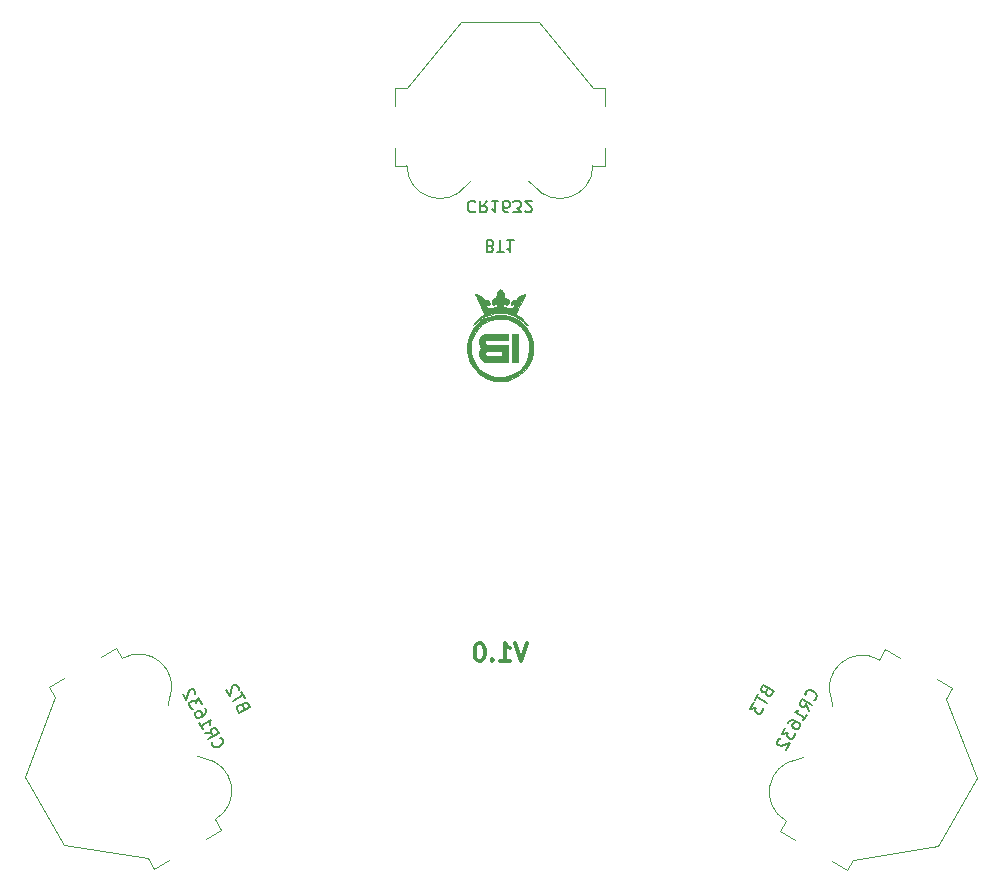
<source format=gbr>
%TF.GenerationSoftware,KiCad,Pcbnew,(7.0.0)*%
%TF.CreationDate,2023-04-30T19:25:27+03:00*%
%TF.ProjectId,LEDSpinner,4c454453-7069-46e6-9e65-722e6b696361,1.0*%
%TF.SameCoordinates,Original*%
%TF.FileFunction,Legend,Bot*%
%TF.FilePolarity,Positive*%
%FSLAX46Y46*%
G04 Gerber Fmt 4.6, Leading zero omitted, Abs format (unit mm)*
G04 Created by KiCad (PCBNEW (7.0.0)) date 2023-04-30 19:25:27*
%MOMM*%
%LPD*%
G01*
G04 APERTURE LIST*
%ADD10C,0.150000*%
%ADD11C,0.300000*%
%ADD12C,0.010000*%
%ADD13C,0.120000*%
G04 APERTURE END LIST*
D10*
X126574295Y-112844639D02*
X126639344Y-112827209D01*
X126639344Y-112827209D02*
X126752012Y-112727301D01*
X126752012Y-112727301D02*
X126799631Y-112644822D01*
X126799631Y-112644822D02*
X126829820Y-112497295D01*
X126829820Y-112497295D02*
X126794961Y-112367197D01*
X126794961Y-112367197D02*
X126736292Y-112278339D01*
X126736292Y-112278339D02*
X126595144Y-112141861D01*
X126595144Y-112141861D02*
X126471426Y-112070433D01*
X126471426Y-112070433D02*
X126282659Y-112016434D01*
X126282659Y-112016434D02*
X126176371Y-112010054D01*
X126176371Y-112010054D02*
X126046274Y-112044914D01*
X126046274Y-112044914D02*
X125933606Y-112144822D01*
X125933606Y-112144822D02*
X125885987Y-112227301D01*
X125885987Y-112227301D02*
X125855797Y-112374828D01*
X125855797Y-112374828D02*
X125873227Y-112439877D01*
X126156774Y-113758284D02*
X125911048Y-113231513D01*
X126442488Y-113263412D02*
X125576463Y-112763412D01*
X125576463Y-112763412D02*
X125385987Y-113093326D01*
X125385987Y-113093326D02*
X125379607Y-113199614D01*
X125379607Y-113199614D02*
X125397037Y-113264663D01*
X125397037Y-113264663D02*
X125455706Y-113353522D01*
X125455706Y-113353522D02*
X125579424Y-113424950D01*
X125579424Y-113424950D02*
X125685712Y-113431330D01*
X125685712Y-113431330D02*
X125750761Y-113413900D01*
X125750761Y-113413900D02*
X125839619Y-113355231D01*
X125839619Y-113355231D02*
X126030095Y-113025317D01*
X125680583Y-114583070D02*
X125966298Y-114088198D01*
X125823441Y-114335634D02*
X124957415Y-113835634D01*
X124957415Y-113835634D02*
X125128752Y-113824584D01*
X125128752Y-113824584D02*
X125258850Y-113789724D01*
X125258850Y-113789724D02*
X125347708Y-113731055D01*
X124385987Y-114825377D02*
X124481225Y-114660420D01*
X124481225Y-114660420D02*
X124570083Y-114601751D01*
X124570083Y-114601751D02*
X124635132Y-114584321D01*
X124635132Y-114584321D02*
X124806469Y-114573271D01*
X124806469Y-114573271D02*
X124995236Y-114627270D01*
X124995236Y-114627270D02*
X125325150Y-114817746D01*
X125325150Y-114817746D02*
X125383819Y-114906604D01*
X125383819Y-114906604D02*
X125401249Y-114971653D01*
X125401249Y-114971653D02*
X125394869Y-115077941D01*
X125394869Y-115077941D02*
X125299631Y-115242899D01*
X125299631Y-115242899D02*
X125210773Y-115301568D01*
X125210773Y-115301568D02*
X125145724Y-115318997D01*
X125145724Y-115318997D02*
X125039436Y-115312618D01*
X125039436Y-115312618D02*
X124833239Y-115193570D01*
X124833239Y-115193570D02*
X124774570Y-115104712D01*
X124774570Y-115104712D02*
X124757140Y-115039663D01*
X124757140Y-115039663D02*
X124763520Y-114933375D01*
X124763520Y-114933375D02*
X124858758Y-114768418D01*
X124858758Y-114768418D02*
X124947617Y-114709748D01*
X124947617Y-114709748D02*
X125012665Y-114692319D01*
X125012665Y-114692319D02*
X125118954Y-114698698D01*
X124171701Y-115196531D02*
X123862177Y-115732642D01*
X123862177Y-115732642D02*
X124358758Y-115634443D01*
X124358758Y-115634443D02*
X124287330Y-115758161D01*
X124287330Y-115758161D02*
X124280950Y-115864449D01*
X124280950Y-115864449D02*
X124298380Y-115929498D01*
X124298380Y-115929498D02*
X124357049Y-116018356D01*
X124357049Y-116018356D02*
X124563245Y-116137404D01*
X124563245Y-116137404D02*
X124669533Y-116143784D01*
X124669533Y-116143784D02*
X124734582Y-116126354D01*
X124734582Y-116126354D02*
X124823441Y-116067685D01*
X124823441Y-116067685D02*
X124966298Y-115820249D01*
X124966298Y-115820249D02*
X124972677Y-115713961D01*
X124972677Y-115713961D02*
X124955248Y-115648912D01*
X123754179Y-116110175D02*
X123689131Y-116127605D01*
X123689131Y-116127605D02*
X123600272Y-116186274D01*
X123600272Y-116186274D02*
X123481225Y-116392471D01*
X123481225Y-116392471D02*
X123474845Y-116498759D01*
X123474845Y-116498759D02*
X123492275Y-116563808D01*
X123492275Y-116563808D02*
X123550944Y-116652666D01*
X123550944Y-116652666D02*
X123633422Y-116700285D01*
X123633422Y-116700285D02*
X123780950Y-116730474D01*
X123780950Y-116730474D02*
X124561536Y-116521317D01*
X124561536Y-116521317D02*
X124252012Y-117057428D01*
X97904761Y-70662857D02*
X97857142Y-70615238D01*
X97857142Y-70615238D02*
X97714285Y-70567619D01*
X97714285Y-70567619D02*
X97619047Y-70567619D01*
X97619047Y-70567619D02*
X97476190Y-70615238D01*
X97476190Y-70615238D02*
X97380952Y-70710476D01*
X97380952Y-70710476D02*
X97333333Y-70805714D01*
X97333333Y-70805714D02*
X97285714Y-70996190D01*
X97285714Y-70996190D02*
X97285714Y-71139047D01*
X97285714Y-71139047D02*
X97333333Y-71329523D01*
X97333333Y-71329523D02*
X97380952Y-71424761D01*
X97380952Y-71424761D02*
X97476190Y-71520000D01*
X97476190Y-71520000D02*
X97619047Y-71567619D01*
X97619047Y-71567619D02*
X97714285Y-71567619D01*
X97714285Y-71567619D02*
X97857142Y-71520000D01*
X97857142Y-71520000D02*
X97904761Y-71472380D01*
X98904761Y-70567619D02*
X98571428Y-71043809D01*
X98333333Y-70567619D02*
X98333333Y-71567619D01*
X98333333Y-71567619D02*
X98714285Y-71567619D01*
X98714285Y-71567619D02*
X98809523Y-71520000D01*
X98809523Y-71520000D02*
X98857142Y-71472380D01*
X98857142Y-71472380D02*
X98904761Y-71377142D01*
X98904761Y-71377142D02*
X98904761Y-71234285D01*
X98904761Y-71234285D02*
X98857142Y-71139047D01*
X98857142Y-71139047D02*
X98809523Y-71091428D01*
X98809523Y-71091428D02*
X98714285Y-71043809D01*
X98714285Y-71043809D02*
X98333333Y-71043809D01*
X99857142Y-70567619D02*
X99285714Y-70567619D01*
X99571428Y-70567619D02*
X99571428Y-71567619D01*
X99571428Y-71567619D02*
X99476190Y-71424761D01*
X99476190Y-71424761D02*
X99380952Y-71329523D01*
X99380952Y-71329523D02*
X99285714Y-71281904D01*
X100714285Y-71567619D02*
X100523809Y-71567619D01*
X100523809Y-71567619D02*
X100428571Y-71520000D01*
X100428571Y-71520000D02*
X100380952Y-71472380D01*
X100380952Y-71472380D02*
X100285714Y-71329523D01*
X100285714Y-71329523D02*
X100238095Y-71139047D01*
X100238095Y-71139047D02*
X100238095Y-70758095D01*
X100238095Y-70758095D02*
X100285714Y-70662857D01*
X100285714Y-70662857D02*
X100333333Y-70615238D01*
X100333333Y-70615238D02*
X100428571Y-70567619D01*
X100428571Y-70567619D02*
X100619047Y-70567619D01*
X100619047Y-70567619D02*
X100714285Y-70615238D01*
X100714285Y-70615238D02*
X100761904Y-70662857D01*
X100761904Y-70662857D02*
X100809523Y-70758095D01*
X100809523Y-70758095D02*
X100809523Y-70996190D01*
X100809523Y-70996190D02*
X100761904Y-71091428D01*
X100761904Y-71091428D02*
X100714285Y-71139047D01*
X100714285Y-71139047D02*
X100619047Y-71186666D01*
X100619047Y-71186666D02*
X100428571Y-71186666D01*
X100428571Y-71186666D02*
X100333333Y-71139047D01*
X100333333Y-71139047D02*
X100285714Y-71091428D01*
X100285714Y-71091428D02*
X100238095Y-70996190D01*
X101142857Y-71567619D02*
X101761904Y-71567619D01*
X101761904Y-71567619D02*
X101428571Y-71186666D01*
X101428571Y-71186666D02*
X101571428Y-71186666D01*
X101571428Y-71186666D02*
X101666666Y-71139047D01*
X101666666Y-71139047D02*
X101714285Y-71091428D01*
X101714285Y-71091428D02*
X101761904Y-70996190D01*
X101761904Y-70996190D02*
X101761904Y-70758095D01*
X101761904Y-70758095D02*
X101714285Y-70662857D01*
X101714285Y-70662857D02*
X101666666Y-70615238D01*
X101666666Y-70615238D02*
X101571428Y-70567619D01*
X101571428Y-70567619D02*
X101285714Y-70567619D01*
X101285714Y-70567619D02*
X101190476Y-70615238D01*
X101190476Y-70615238D02*
X101142857Y-70662857D01*
X102142857Y-71472380D02*
X102190476Y-71520000D01*
X102190476Y-71520000D02*
X102285714Y-71567619D01*
X102285714Y-71567619D02*
X102523809Y-71567619D01*
X102523809Y-71567619D02*
X102619047Y-71520000D01*
X102619047Y-71520000D02*
X102666666Y-71472380D01*
X102666666Y-71472380D02*
X102714285Y-71377142D01*
X102714285Y-71377142D02*
X102714285Y-71281904D01*
X102714285Y-71281904D02*
X102666666Y-71139047D01*
X102666666Y-71139047D02*
X102095238Y-70567619D01*
X102095238Y-70567619D02*
X102714285Y-70567619D01*
X75616180Y-116442503D02*
X75598750Y-116507552D01*
X75598750Y-116507552D02*
X75628939Y-116655079D01*
X75628939Y-116655079D02*
X75676558Y-116737558D01*
X75676558Y-116737558D02*
X75789226Y-116837466D01*
X75789226Y-116837466D02*
X75919324Y-116872326D01*
X75919324Y-116872326D02*
X76025612Y-116865946D01*
X76025612Y-116865946D02*
X76214379Y-116811947D01*
X76214379Y-116811947D02*
X76338097Y-116740518D01*
X76338097Y-116740518D02*
X76479244Y-116604041D01*
X76479244Y-116604041D02*
X76537913Y-116515183D01*
X76537913Y-116515183D02*
X76572773Y-116385085D01*
X76572773Y-116385085D02*
X76542584Y-116237558D01*
X76542584Y-116237558D02*
X76494965Y-116155079D01*
X76494965Y-116155079D02*
X76382297Y-116055171D01*
X76382297Y-116055171D02*
X76317248Y-116037741D01*
X75033701Y-115624096D02*
X75612761Y-115674676D01*
X75319416Y-116118968D02*
X76185441Y-115618968D01*
X76185441Y-115618968D02*
X75994965Y-115289054D01*
X75994965Y-115289054D02*
X75906106Y-115230385D01*
X75906106Y-115230385D02*
X75841058Y-115212955D01*
X75841058Y-115212955D02*
X75734769Y-115219334D01*
X75734769Y-115219334D02*
X75611051Y-115290763D01*
X75611051Y-115290763D02*
X75552382Y-115379621D01*
X75552382Y-115379621D02*
X75534953Y-115444670D01*
X75534953Y-115444670D02*
X75541332Y-115550958D01*
X75541332Y-115550958D02*
X75731809Y-115880873D01*
X74557511Y-114799310D02*
X74843225Y-115294182D01*
X74700368Y-115046746D02*
X75566393Y-114546746D01*
X75566393Y-114546746D02*
X75490294Y-114700653D01*
X75490294Y-114700653D02*
X75455435Y-114830751D01*
X75455435Y-114830751D02*
X75461815Y-114937039D01*
X74994965Y-113557003D02*
X75090203Y-113721960D01*
X75090203Y-113721960D02*
X75096583Y-113828248D01*
X75096583Y-113828248D02*
X75079153Y-113893297D01*
X75079153Y-113893297D02*
X75003054Y-114047204D01*
X75003054Y-114047204D02*
X74861906Y-114183682D01*
X74861906Y-114183682D02*
X74531992Y-114374158D01*
X74531992Y-114374158D02*
X74425704Y-114380537D01*
X74425704Y-114380537D02*
X74360655Y-114363108D01*
X74360655Y-114363108D02*
X74271796Y-114304439D01*
X74271796Y-114304439D02*
X74176558Y-114139481D01*
X74176558Y-114139481D02*
X74170179Y-114033193D01*
X74170179Y-114033193D02*
X74187608Y-113968144D01*
X74187608Y-113968144D02*
X74246277Y-113879286D01*
X74246277Y-113879286D02*
X74452474Y-113760238D01*
X74452474Y-113760238D02*
X74558762Y-113753859D01*
X74558762Y-113753859D02*
X74623811Y-113771288D01*
X74623811Y-113771288D02*
X74712669Y-113829958D01*
X74712669Y-113829958D02*
X74807907Y-113994915D01*
X74807907Y-113994915D02*
X74814287Y-114101203D01*
X74814287Y-114101203D02*
X74796857Y-114166252D01*
X74796857Y-114166252D02*
X74738188Y-114255110D01*
X74780679Y-113185849D02*
X74471155Y-112649738D01*
X74471155Y-112649738D02*
X74307907Y-113128889D01*
X74307907Y-113128889D02*
X74236479Y-113005171D01*
X74236479Y-113005171D02*
X74147620Y-112946502D01*
X74147620Y-112946502D02*
X74082572Y-112929073D01*
X74082572Y-112929073D02*
X73976283Y-112935452D01*
X73976283Y-112935452D02*
X73770087Y-113054500D01*
X73770087Y-113054500D02*
X73711418Y-113143358D01*
X73711418Y-113143358D02*
X73693988Y-113208407D01*
X73693988Y-113208407D02*
X73700368Y-113314695D01*
X73700368Y-113314695D02*
X73843225Y-113562131D01*
X73843225Y-113562131D02*
X73932083Y-113620800D01*
X73932083Y-113620800D02*
X73997132Y-113638230D01*
X74198200Y-112367443D02*
X74215630Y-112302394D01*
X74215630Y-112302394D02*
X74209250Y-112196106D01*
X74209250Y-112196106D02*
X74090203Y-111989909D01*
X74090203Y-111989909D02*
X74001344Y-111931240D01*
X74001344Y-111931240D02*
X73936296Y-111913810D01*
X73936296Y-111913810D02*
X73830007Y-111920190D01*
X73830007Y-111920190D02*
X73747529Y-111967809D01*
X73747529Y-111967809D02*
X73647620Y-112080477D01*
X73647620Y-112080477D02*
X73438463Y-112861063D01*
X73438463Y-112861063D02*
X73128939Y-112324952D01*
D11*
X102285713Y-108051071D02*
X101785713Y-109551071D01*
X101785713Y-109551071D02*
X101285713Y-108051071D01*
X99999999Y-109551071D02*
X100857142Y-109551071D01*
X100428571Y-109551071D02*
X100428571Y-108051071D01*
X100428571Y-108051071D02*
X100571428Y-108265357D01*
X100571428Y-108265357D02*
X100714285Y-108408214D01*
X100714285Y-108408214D02*
X100857142Y-108479642D01*
X99357143Y-109408214D02*
X99285714Y-109479642D01*
X99285714Y-109479642D02*
X99357143Y-109551071D01*
X99357143Y-109551071D02*
X99428571Y-109479642D01*
X99428571Y-109479642D02*
X99357143Y-109408214D01*
X99357143Y-109408214D02*
X99357143Y-109551071D01*
X98357142Y-108051071D02*
X98214285Y-108051071D01*
X98214285Y-108051071D02*
X98071428Y-108122500D01*
X98071428Y-108122500D02*
X98000000Y-108193928D01*
X98000000Y-108193928D02*
X97928571Y-108336785D01*
X97928571Y-108336785D02*
X97857142Y-108622500D01*
X97857142Y-108622500D02*
X97857142Y-108979642D01*
X97857142Y-108979642D02*
X97928571Y-109265357D01*
X97928571Y-109265357D02*
X98000000Y-109408214D01*
X98000000Y-109408214D02*
X98071428Y-109479642D01*
X98071428Y-109479642D02*
X98214285Y-109551071D01*
X98214285Y-109551071D02*
X98357142Y-109551071D01*
X98357142Y-109551071D02*
X98500000Y-109479642D01*
X98500000Y-109479642D02*
X98571428Y-109408214D01*
X98571428Y-109408214D02*
X98642857Y-109265357D01*
X98642857Y-109265357D02*
X98714285Y-108979642D01*
X98714285Y-108979642D02*
X98714285Y-108622500D01*
X98714285Y-108622500D02*
X98642857Y-108336785D01*
X98642857Y-108336785D02*
X98571428Y-108193928D01*
X98571428Y-108193928D02*
X98500000Y-108122500D01*
X98500000Y-108122500D02*
X98357142Y-108051071D01*
D10*
%TO.C,BT3*%
X122557386Y-112141337D02*
X122527196Y-112288864D01*
X122527196Y-112288864D02*
X122544626Y-112353913D01*
X122544626Y-112353913D02*
X122603295Y-112442771D01*
X122603295Y-112442771D02*
X122727013Y-112514200D01*
X122727013Y-112514200D02*
X122833301Y-112520579D01*
X122833301Y-112520579D02*
X122898350Y-112503150D01*
X122898350Y-112503150D02*
X122987208Y-112444481D01*
X122987208Y-112444481D02*
X123177685Y-112114566D01*
X123177685Y-112114566D02*
X122311659Y-111614566D01*
X122311659Y-111614566D02*
X122144993Y-111903241D01*
X122144993Y-111903241D02*
X122138613Y-112009529D01*
X122138613Y-112009529D02*
X122156043Y-112074578D01*
X122156043Y-112074578D02*
X122214712Y-112163437D01*
X122214712Y-112163437D02*
X122297190Y-112211056D01*
X122297190Y-112211056D02*
X122403478Y-112217435D01*
X122403478Y-112217435D02*
X122468527Y-112200006D01*
X122468527Y-112200006D02*
X122557386Y-112141337D01*
X122557386Y-112141337D02*
X122724052Y-111852661D01*
X121883088Y-112356874D02*
X121597374Y-112851745D01*
X122606256Y-113104310D02*
X121740231Y-112604310D01*
X121478326Y-113057942D02*
X121168802Y-113594053D01*
X121168802Y-113594053D02*
X121665383Y-113495854D01*
X121665383Y-113495854D02*
X121593954Y-113619572D01*
X121593954Y-113619572D02*
X121587575Y-113725860D01*
X121587575Y-113725860D02*
X121605005Y-113790909D01*
X121605005Y-113790909D02*
X121663674Y-113879767D01*
X121663674Y-113879767D02*
X121869870Y-113998815D01*
X121869870Y-113998815D02*
X121976158Y-114005195D01*
X121976158Y-114005195D02*
X122041207Y-113987765D01*
X122041207Y-113987765D02*
X122130065Y-113929096D01*
X122130065Y-113929096D02*
X122272923Y-113681660D01*
X122272923Y-113681660D02*
X122279302Y-113575372D01*
X122279302Y-113575372D02*
X122261873Y-113510323D01*
%TO.C,BT1*%
X99214285Y-74456428D02*
X99357142Y-74408809D01*
X99357142Y-74408809D02*
X99404761Y-74361190D01*
X99404761Y-74361190D02*
X99452380Y-74265952D01*
X99452380Y-74265952D02*
X99452380Y-74123095D01*
X99452380Y-74123095D02*
X99404761Y-74027857D01*
X99404761Y-74027857D02*
X99357142Y-73980238D01*
X99357142Y-73980238D02*
X99261904Y-73932619D01*
X99261904Y-73932619D02*
X98880952Y-73932619D01*
X98880952Y-73932619D02*
X98880952Y-74932619D01*
X98880952Y-74932619D02*
X99214285Y-74932619D01*
X99214285Y-74932619D02*
X99309523Y-74885000D01*
X99309523Y-74885000D02*
X99357142Y-74837380D01*
X99357142Y-74837380D02*
X99404761Y-74742142D01*
X99404761Y-74742142D02*
X99404761Y-74646904D01*
X99404761Y-74646904D02*
X99357142Y-74551666D01*
X99357142Y-74551666D02*
X99309523Y-74504047D01*
X99309523Y-74504047D02*
X99214285Y-74456428D01*
X99214285Y-74456428D02*
X98880952Y-74456428D01*
X99738095Y-74932619D02*
X100309523Y-74932619D01*
X100023809Y-73932619D02*
X100023809Y-74932619D01*
X101166666Y-73932619D02*
X100595238Y-73932619D01*
X100880952Y-73932619D02*
X100880952Y-74932619D01*
X100880952Y-74932619D02*
X100785714Y-74789761D01*
X100785714Y-74789761D02*
X100690476Y-74694523D01*
X100690476Y-74694523D02*
X100595238Y-74646904D01*
%TO.C,BT2*%
X78228328Y-113402234D02*
X78115660Y-113302325D01*
X78115660Y-113302325D02*
X78050611Y-113284896D01*
X78050611Y-113284896D02*
X77944323Y-113291275D01*
X77944323Y-113291275D02*
X77820605Y-113362704D01*
X77820605Y-113362704D02*
X77761936Y-113451562D01*
X77761936Y-113451562D02*
X77744506Y-113516611D01*
X77744506Y-113516611D02*
X77750886Y-113622899D01*
X77750886Y-113622899D02*
X77941362Y-113952814D01*
X77941362Y-113952814D02*
X78807388Y-113452814D01*
X78807388Y-113452814D02*
X78640721Y-113164139D01*
X78640721Y-113164139D02*
X78551863Y-113105470D01*
X78551863Y-113105470D02*
X78486814Y-113088040D01*
X78486814Y-113088040D02*
X78380526Y-113094420D01*
X78380526Y-113094420D02*
X78298047Y-113142039D01*
X78298047Y-113142039D02*
X78239378Y-113230897D01*
X78239378Y-113230897D02*
X78221948Y-113295946D01*
X78221948Y-113295946D02*
X78228328Y-113402234D01*
X78228328Y-113402234D02*
X78394994Y-113690909D01*
X78378816Y-112710506D02*
X78093102Y-112215635D01*
X77369934Y-112963070D02*
X78235959Y-112463070D01*
X77867766Y-112015818D02*
X77885196Y-111950769D01*
X77885196Y-111950769D02*
X77878816Y-111844481D01*
X77878816Y-111844481D02*
X77759768Y-111638284D01*
X77759768Y-111638284D02*
X77670910Y-111579615D01*
X77670910Y-111579615D02*
X77605861Y-111562185D01*
X77605861Y-111562185D02*
X77499573Y-111568565D01*
X77499573Y-111568565D02*
X77417094Y-111616184D01*
X77417094Y-111616184D02*
X77317186Y-111728852D01*
X77317186Y-111728852D02*
X77108029Y-112509438D01*
X77108029Y-112509438D02*
X76798505Y-111973327D01*
%TO.C,G\u002A\u002A\u002A*%
G36*
X101790516Y-80865467D02*
G01*
X101813386Y-80883683D01*
X101943203Y-80997810D01*
X102067112Y-81117851D01*
X102174001Y-81234848D01*
X102316081Y-81423064D01*
X102493602Y-81716373D01*
X102642462Y-82030900D01*
X102748819Y-82340032D01*
X102787927Y-82518256D01*
X102824171Y-82840380D01*
X102824689Y-82917693D01*
X102826437Y-83179100D01*
X102795044Y-83509170D01*
X102730310Y-83805346D01*
X102709001Y-83874026D01*
X102561160Y-84253765D01*
X102373132Y-84589666D01*
X102137374Y-84895600D01*
X102008435Y-85030474D01*
X101694553Y-85294373D01*
X101340932Y-85517779D01*
X100962648Y-85691889D01*
X100574776Y-85807903D01*
X100510613Y-85820307D01*
X100261678Y-85848610D01*
X99985406Y-85855839D01*
X99710378Y-85842013D01*
X99465172Y-85807151D01*
X99320031Y-85772740D01*
X98939547Y-85639687D01*
X98575140Y-85452198D01*
X98238715Y-85218121D01*
X97942177Y-84945306D01*
X97697428Y-84641600D01*
X97573965Y-84443663D01*
X97391233Y-84061198D01*
X97270247Y-83668705D01*
X97208813Y-83271818D01*
X97205940Y-82993076D01*
X97532980Y-82993076D01*
X97558357Y-83401639D01*
X97644852Y-83790806D01*
X97788726Y-84155060D01*
X97986243Y-84488883D01*
X98233666Y-84786759D01*
X98527258Y-85043170D01*
X98863282Y-85252600D01*
X99238000Y-85409532D01*
X99285277Y-85424050D01*
X99535192Y-85477653D01*
X99819638Y-85508706D01*
X100114339Y-85516368D01*
X100395018Y-85499794D01*
X100637396Y-85458141D01*
X100899236Y-85376380D01*
X101257528Y-85208572D01*
X101578853Y-84989555D01*
X101859056Y-84724999D01*
X102093983Y-84420578D01*
X102279480Y-84081965D01*
X102411392Y-83714831D01*
X102485567Y-83324849D01*
X102497848Y-82917693D01*
X102460141Y-82568025D01*
X102368986Y-82212437D01*
X102222108Y-81882969D01*
X102015504Y-81570842D01*
X101745170Y-81267278D01*
X101663160Y-81186757D01*
X101527966Y-81062529D01*
X101409289Y-80969312D01*
X101289010Y-80893568D01*
X101234225Y-80865467D01*
X101354667Y-80865467D01*
X101371600Y-80882400D01*
X101388534Y-80865467D01*
X101371600Y-80848534D01*
X101354667Y-80865467D01*
X101234225Y-80865467D01*
X101149012Y-80821758D01*
X100875419Y-80704808D01*
X100606984Y-80624321D01*
X100329902Y-80580616D01*
X100016933Y-80567577D01*
X100005314Y-80567607D01*
X99588831Y-80599381D01*
X99203240Y-80691279D01*
X98847067Y-80843928D01*
X98518840Y-81057954D01*
X98217087Y-81333984D01*
X98109533Y-81454458D01*
X97871945Y-81782289D01*
X97698308Y-82129446D01*
X97586943Y-82499785D01*
X97536170Y-82897162D01*
X97532980Y-82993076D01*
X97205940Y-82993076D01*
X97204735Y-82876173D01*
X97255821Y-82487407D01*
X97359877Y-82111154D01*
X97514708Y-81753051D01*
X97718121Y-81418733D01*
X97967921Y-81113836D01*
X98261915Y-80843995D01*
X98597909Y-80614846D01*
X98973709Y-80432026D01*
X99387121Y-80301169D01*
X99674173Y-80251631D01*
X100025629Y-80233311D01*
X100379528Y-80255332D01*
X100715967Y-80316304D01*
X101015043Y-80414836D01*
X101201207Y-80497845D01*
X101338410Y-80567152D01*
X101417840Y-80618570D01*
X101436267Y-80650296D01*
X101433349Y-80661658D01*
X101462975Y-80661563D01*
X101499604Y-80666384D01*
X101580474Y-80709010D01*
X101688772Y-80784430D01*
X101790516Y-80865467D01*
G37*
D12*
X101790516Y-80865467D02*
X101813386Y-80883683D01*
X101943203Y-80997810D01*
X102067112Y-81117851D01*
X102174001Y-81234848D01*
X102316081Y-81423064D01*
X102493602Y-81716373D01*
X102642462Y-82030900D01*
X102748819Y-82340032D01*
X102787927Y-82518256D01*
X102824171Y-82840380D01*
X102824689Y-82917693D01*
X102826437Y-83179100D01*
X102795044Y-83509170D01*
X102730310Y-83805346D01*
X102709001Y-83874026D01*
X102561160Y-84253765D01*
X102373132Y-84589666D01*
X102137374Y-84895600D01*
X102008435Y-85030474D01*
X101694553Y-85294373D01*
X101340932Y-85517779D01*
X100962648Y-85691889D01*
X100574776Y-85807903D01*
X100510613Y-85820307D01*
X100261678Y-85848610D01*
X99985406Y-85855839D01*
X99710378Y-85842013D01*
X99465172Y-85807151D01*
X99320031Y-85772740D01*
X98939547Y-85639687D01*
X98575140Y-85452198D01*
X98238715Y-85218121D01*
X97942177Y-84945306D01*
X97697428Y-84641600D01*
X97573965Y-84443663D01*
X97391233Y-84061198D01*
X97270247Y-83668705D01*
X97208813Y-83271818D01*
X97205940Y-82993076D01*
X97532980Y-82993076D01*
X97558357Y-83401639D01*
X97644852Y-83790806D01*
X97788726Y-84155060D01*
X97986243Y-84488883D01*
X98233666Y-84786759D01*
X98527258Y-85043170D01*
X98863282Y-85252600D01*
X99238000Y-85409532D01*
X99285277Y-85424050D01*
X99535192Y-85477653D01*
X99819638Y-85508706D01*
X100114339Y-85516368D01*
X100395018Y-85499794D01*
X100637396Y-85458141D01*
X100899236Y-85376380D01*
X101257528Y-85208572D01*
X101578853Y-84989555D01*
X101859056Y-84724999D01*
X102093983Y-84420578D01*
X102279480Y-84081965D01*
X102411392Y-83714831D01*
X102485567Y-83324849D01*
X102497848Y-82917693D01*
X102460141Y-82568025D01*
X102368986Y-82212437D01*
X102222108Y-81882969D01*
X102015504Y-81570842D01*
X101745170Y-81267278D01*
X101663160Y-81186757D01*
X101527966Y-81062529D01*
X101409289Y-80969312D01*
X101289010Y-80893568D01*
X101234225Y-80865467D01*
X101354667Y-80865467D01*
X101371600Y-80882400D01*
X101388534Y-80865467D01*
X101371600Y-80848534D01*
X101354667Y-80865467D01*
X101234225Y-80865467D01*
X101149012Y-80821758D01*
X100875419Y-80704808D01*
X100606984Y-80624321D01*
X100329902Y-80580616D01*
X100016933Y-80567577D01*
X100005314Y-80567607D01*
X99588831Y-80599381D01*
X99203240Y-80691279D01*
X98847067Y-80843928D01*
X98518840Y-81057954D01*
X98217087Y-81333984D01*
X98109533Y-81454458D01*
X97871945Y-81782289D01*
X97698308Y-82129446D01*
X97586943Y-82499785D01*
X97536170Y-82897162D01*
X97532980Y-82993076D01*
X97205940Y-82993076D01*
X97204735Y-82876173D01*
X97255821Y-82487407D01*
X97359877Y-82111154D01*
X97514708Y-81753051D01*
X97718121Y-81418733D01*
X97967921Y-81113836D01*
X98261915Y-80843995D01*
X98597909Y-80614846D01*
X98973709Y-80432026D01*
X99387121Y-80301169D01*
X99674173Y-80251631D01*
X100025629Y-80233311D01*
X100379528Y-80255332D01*
X100715967Y-80316304D01*
X101015043Y-80414836D01*
X101201207Y-80497845D01*
X101338410Y-80567152D01*
X101417840Y-80618570D01*
X101436267Y-80650296D01*
X101433349Y-80661658D01*
X101462975Y-80661563D01*
X101499604Y-80666384D01*
X101580474Y-80709010D01*
X101688772Y-80784430D01*
X101790516Y-80865467D01*
G36*
X100072291Y-78111960D02*
G01*
X100150440Y-78181267D01*
X100186892Y-78221106D01*
X100260783Y-78336452D01*
X100314811Y-78486782D01*
X100355532Y-78688302D01*
X100372458Y-78762526D01*
X100412836Y-78815108D01*
X100496376Y-78847544D01*
X100547911Y-78864281D01*
X100672776Y-78938743D01*
X100737243Y-79041997D01*
X100739493Y-79169340D01*
X100677705Y-79316067D01*
X100660575Y-79343309D01*
X100605512Y-79409956D01*
X100558439Y-79418659D01*
X100506644Y-79373699D01*
X100439282Y-79334375D01*
X100357628Y-79344454D01*
X100291326Y-79402786D01*
X100276632Y-79435671D01*
X100287358Y-79483468D01*
X100347189Y-79545142D01*
X100456484Y-79616904D01*
X100603574Y-79670018D01*
X100761291Y-79693763D01*
X100915016Y-79688773D01*
X101050130Y-79655685D01*
X101152016Y-79595137D01*
X101206055Y-79507763D01*
X101211809Y-79447023D01*
X101181677Y-79374825D01*
X101116081Y-79346438D01*
X101030592Y-79373753D01*
X101004083Y-79389848D01*
X100949438Y-79404160D01*
X100921954Y-79365284D01*
X100914400Y-79266550D01*
X100922198Y-79195630D01*
X100979459Y-79083450D01*
X101086075Y-79011352D01*
X101234594Y-78985867D01*
X101277159Y-78984592D01*
X101357746Y-78971820D01*
X101388534Y-78948762D01*
X101408065Y-78888157D01*
X101471962Y-78799282D01*
X101565450Y-78707615D01*
X101673115Y-78630402D01*
X101718428Y-78606614D01*
X101820566Y-78564384D01*
X101930898Y-78528761D01*
X102031679Y-78504441D01*
X102105162Y-78496122D01*
X102133600Y-78508504D01*
X102121634Y-78538146D01*
X102083289Y-78621252D01*
X102022404Y-78749262D01*
X101942941Y-78913918D01*
X101848864Y-79106962D01*
X101744134Y-79320139D01*
X101649526Y-79513193D01*
X101554010Y-79710840D01*
X101472778Y-79881872D01*
X101409819Y-80017791D01*
X101369119Y-80110097D01*
X101354667Y-80150292D01*
X101355436Y-80154227D01*
X101390041Y-80195737D01*
X101465820Y-80258778D01*
X101568595Y-80331351D01*
X101678570Y-80412335D01*
X101825231Y-80538024D01*
X101977063Y-80682799D01*
X102119225Y-80831730D01*
X102236875Y-80969890D01*
X102315173Y-81082348D01*
X102320311Y-81091567D01*
X102335491Y-81127945D01*
X102316999Y-81122995D01*
X102260737Y-81073911D01*
X102162607Y-80977886D01*
X102005988Y-80832962D01*
X101712654Y-80608817D01*
X101395968Y-80417199D01*
X101072911Y-80267884D01*
X100760466Y-80170649D01*
X100516100Y-80125111D01*
X100061380Y-80090450D01*
X99612916Y-80120614D01*
X99176979Y-80214968D01*
X98759842Y-80372878D01*
X98524165Y-80492932D01*
X98161602Y-80726957D01*
X97851816Y-80997309D01*
X97811908Y-81037676D01*
X97734203Y-81113630D01*
X97695758Y-81144539D01*
X97691499Y-81133660D01*
X97716349Y-81084248D01*
X97720944Y-81076305D01*
X97788556Y-80983115D01*
X97892432Y-80863050D01*
X98019282Y-80729243D01*
X98155812Y-80594828D01*
X98288730Y-80472939D01*
X98404743Y-80376710D01*
X98490560Y-80319274D01*
X98522818Y-80302930D01*
X98582675Y-80270009D01*
X98624717Y-80235836D01*
X98647476Y-80192949D01*
X98649484Y-80133887D01*
X98629274Y-80051189D01*
X98585377Y-79937392D01*
X98516326Y-79785037D01*
X98420653Y-79586660D01*
X98296891Y-79334801D01*
X98194260Y-79125486D01*
X98098859Y-78929475D01*
X98017845Y-78761523D01*
X97955133Y-78629792D01*
X97914636Y-78542443D01*
X97900267Y-78507639D01*
X97907796Y-78502522D01*
X97962307Y-78502305D01*
X98052203Y-78514996D01*
X98137732Y-78534549D01*
X98347527Y-78617828D01*
X98516128Y-78739621D01*
X98632488Y-78892734D01*
X98670626Y-78949443D01*
X98727376Y-78978876D01*
X98824934Y-78985867D01*
X98940311Y-78994921D01*
X99044920Y-79038278D01*
X99102100Y-79123859D01*
X99119467Y-79258721D01*
X99117580Y-79360747D01*
X99106244Y-79412173D01*
X99077125Y-79417250D01*
X99021893Y-79386922D01*
X98977280Y-79366029D01*
X98907317Y-79367313D01*
X98862955Y-79409555D01*
X98849867Y-79476559D01*
X98873728Y-79552134D01*
X98940209Y-79620086D01*
X98946190Y-79623890D01*
X99051488Y-79666021D01*
X99178715Y-79682795D01*
X99316667Y-79677617D01*
X99454138Y-79653895D01*
X99579926Y-79615033D01*
X99682825Y-79564438D01*
X99751630Y-79505516D01*
X99775137Y-79441672D01*
X99742142Y-79376314D01*
X99734513Y-79369149D01*
X99659263Y-79330465D01*
X99584964Y-79332484D01*
X99538114Y-79375333D01*
X99530249Y-79392102D01*
X99483924Y-79424243D01*
X99422752Y-79397874D01*
X99356162Y-79316067D01*
X99313788Y-79229969D01*
X99291483Y-79091836D01*
X99330802Y-78974093D01*
X99428193Y-78884443D01*
X99580103Y-78830588D01*
X99607386Y-78825181D01*
X99666889Y-78803481D01*
X99691285Y-78758816D01*
X99696687Y-78668831D01*
X99710338Y-78528008D01*
X99765943Y-78347379D01*
X99857007Y-78199437D01*
X99975651Y-78100240D01*
X100016908Y-78089279D01*
X100072291Y-78111960D01*
G37*
X100072291Y-78111960D02*
X100150440Y-78181267D01*
X100186892Y-78221106D01*
X100260783Y-78336452D01*
X100314811Y-78486782D01*
X100355532Y-78688302D01*
X100372458Y-78762526D01*
X100412836Y-78815108D01*
X100496376Y-78847544D01*
X100547911Y-78864281D01*
X100672776Y-78938743D01*
X100737243Y-79041997D01*
X100739493Y-79169340D01*
X100677705Y-79316067D01*
X100660575Y-79343309D01*
X100605512Y-79409956D01*
X100558439Y-79418659D01*
X100506644Y-79373699D01*
X100439282Y-79334375D01*
X100357628Y-79344454D01*
X100291326Y-79402786D01*
X100276632Y-79435671D01*
X100287358Y-79483468D01*
X100347189Y-79545142D01*
X100456484Y-79616904D01*
X100603574Y-79670018D01*
X100761291Y-79693763D01*
X100915016Y-79688773D01*
X101050130Y-79655685D01*
X101152016Y-79595137D01*
X101206055Y-79507763D01*
X101211809Y-79447023D01*
X101181677Y-79374825D01*
X101116081Y-79346438D01*
X101030592Y-79373753D01*
X101004083Y-79389848D01*
X100949438Y-79404160D01*
X100921954Y-79365284D01*
X100914400Y-79266550D01*
X100922198Y-79195630D01*
X100979459Y-79083450D01*
X101086075Y-79011352D01*
X101234594Y-78985867D01*
X101277159Y-78984592D01*
X101357746Y-78971820D01*
X101388534Y-78948762D01*
X101408065Y-78888157D01*
X101471962Y-78799282D01*
X101565450Y-78707615D01*
X101673115Y-78630402D01*
X101718428Y-78606614D01*
X101820566Y-78564384D01*
X101930898Y-78528761D01*
X102031679Y-78504441D01*
X102105162Y-78496122D01*
X102133600Y-78508504D01*
X102121634Y-78538146D01*
X102083289Y-78621252D01*
X102022404Y-78749262D01*
X101942941Y-78913918D01*
X101848864Y-79106962D01*
X101744134Y-79320139D01*
X101649526Y-79513193D01*
X101554010Y-79710840D01*
X101472778Y-79881872D01*
X101409819Y-80017791D01*
X101369119Y-80110097D01*
X101354667Y-80150292D01*
X101355436Y-80154227D01*
X101390041Y-80195737D01*
X101465820Y-80258778D01*
X101568595Y-80331351D01*
X101678570Y-80412335D01*
X101825231Y-80538024D01*
X101977063Y-80682799D01*
X102119225Y-80831730D01*
X102236875Y-80969890D01*
X102315173Y-81082348D01*
X102320311Y-81091567D01*
X102335491Y-81127945D01*
X102316999Y-81122995D01*
X102260737Y-81073911D01*
X102162607Y-80977886D01*
X102005988Y-80832962D01*
X101712654Y-80608817D01*
X101395968Y-80417199D01*
X101072911Y-80267884D01*
X100760466Y-80170649D01*
X100516100Y-80125111D01*
X100061380Y-80090450D01*
X99612916Y-80120614D01*
X99176979Y-80214968D01*
X98759842Y-80372878D01*
X98524165Y-80492932D01*
X98161602Y-80726957D01*
X97851816Y-80997309D01*
X97811908Y-81037676D01*
X97734203Y-81113630D01*
X97695758Y-81144539D01*
X97691499Y-81133660D01*
X97716349Y-81084248D01*
X97720944Y-81076305D01*
X97788556Y-80983115D01*
X97892432Y-80863050D01*
X98019282Y-80729243D01*
X98155812Y-80594828D01*
X98288730Y-80472939D01*
X98404743Y-80376710D01*
X98490560Y-80319274D01*
X98522818Y-80302930D01*
X98582675Y-80270009D01*
X98624717Y-80235836D01*
X98647476Y-80192949D01*
X98649484Y-80133887D01*
X98629274Y-80051189D01*
X98585377Y-79937392D01*
X98516326Y-79785037D01*
X98420653Y-79586660D01*
X98296891Y-79334801D01*
X98194260Y-79125486D01*
X98098859Y-78929475D01*
X98017845Y-78761523D01*
X97955133Y-78629792D01*
X97914636Y-78542443D01*
X97900267Y-78507639D01*
X97907796Y-78502522D01*
X97962307Y-78502305D01*
X98052203Y-78514996D01*
X98137732Y-78534549D01*
X98347527Y-78617828D01*
X98516128Y-78739621D01*
X98632488Y-78892734D01*
X98670626Y-78949443D01*
X98727376Y-78978876D01*
X98824934Y-78985867D01*
X98940311Y-78994921D01*
X99044920Y-79038278D01*
X99102100Y-79123859D01*
X99119467Y-79258721D01*
X99117580Y-79360747D01*
X99106244Y-79412173D01*
X99077125Y-79417250D01*
X99021893Y-79386922D01*
X98977280Y-79366029D01*
X98907317Y-79367313D01*
X98862955Y-79409555D01*
X98849867Y-79476559D01*
X98873728Y-79552134D01*
X98940209Y-79620086D01*
X98946190Y-79623890D01*
X99051488Y-79666021D01*
X99178715Y-79682795D01*
X99316667Y-79677617D01*
X99454138Y-79653895D01*
X99579926Y-79615033D01*
X99682825Y-79564438D01*
X99751630Y-79505516D01*
X99775137Y-79441672D01*
X99742142Y-79376314D01*
X99734513Y-79369149D01*
X99659263Y-79330465D01*
X99584964Y-79332484D01*
X99538114Y-79375333D01*
X99530249Y-79392102D01*
X99483924Y-79424243D01*
X99422752Y-79397874D01*
X99356162Y-79316067D01*
X99313788Y-79229969D01*
X99291483Y-79091836D01*
X99330802Y-78974093D01*
X99428193Y-78884443D01*
X99580103Y-78830588D01*
X99607386Y-78825181D01*
X99666889Y-78803481D01*
X99691285Y-78758816D01*
X99696687Y-78668831D01*
X99710338Y-78528008D01*
X99765943Y-78347379D01*
X99857007Y-78199437D01*
X99975651Y-78100240D01*
X100016908Y-78089279D01*
X100072291Y-78111960D01*
G36*
X101524000Y-84269067D02*
G01*
X101049867Y-84269067D01*
X101049867Y-81830667D01*
X101524000Y-81830667D01*
X101524000Y-84269067D01*
G37*
X101524000Y-84269067D02*
X101049867Y-84269067D01*
X101049867Y-81830667D01*
X101524000Y-81830667D01*
X101524000Y-84269067D01*
G36*
X100711200Y-83320800D02*
G01*
X100711200Y-84269067D01*
X98726328Y-84269067D01*
X98575764Y-84173473D01*
X98459632Y-84079348D01*
X98327799Y-83898583D01*
X98280330Y-83805168D01*
X98250188Y-83716631D01*
X98241029Y-83620591D01*
X98244447Y-83544280D01*
X98717708Y-83544280D01*
X98765787Y-83651931D01*
X98778591Y-83669173D01*
X98801223Y-83690220D01*
X98835640Y-83705445D01*
X98891165Y-83715789D01*
X98977125Y-83722194D01*
X99102843Y-83725603D01*
X99277644Y-83726958D01*
X99510854Y-83727200D01*
X100203200Y-83727200D01*
X100203200Y-83320800D01*
X99525867Y-83320800D01*
X99478570Y-83320810D01*
X99258189Y-83321410D01*
X99094121Y-83323573D01*
X98976718Y-83328177D01*
X98896333Y-83336097D01*
X98843317Y-83348212D01*
X98808022Y-83365399D01*
X98780800Y-83388534D01*
X98735378Y-83447460D01*
X98717708Y-83544280D01*
X98244447Y-83544280D01*
X98247001Y-83487250D01*
X98257604Y-83389294D01*
X98285321Y-83255843D01*
X98321828Y-83166351D01*
X98350666Y-83117671D01*
X98361530Y-83069156D01*
X98347098Y-83006189D01*
X98305936Y-82905195D01*
X98278265Y-82831261D01*
X98240402Y-82621239D01*
X98256918Y-82415555D01*
X98322799Y-82225552D01*
X98433030Y-82062578D01*
X98582598Y-81937976D01*
X98766488Y-81863093D01*
X98827020Y-81855494D01*
X98948702Y-81847885D01*
X99117932Y-81841357D01*
X99324146Y-81836232D01*
X99556778Y-81832830D01*
X99805267Y-81831475D01*
X100711200Y-81830667D01*
X100711200Y-82372534D01*
X99794574Y-82372534D01*
X99606740Y-82373111D01*
X99357006Y-82375943D01*
X99145647Y-82380912D01*
X98980001Y-82387765D01*
X98867404Y-82396251D01*
X98815193Y-82406118D01*
X98776386Y-82437769D01*
X98732684Y-82525689D01*
X98727605Y-82627523D01*
X98765925Y-82713475D01*
X98777601Y-82725278D01*
X98802205Y-82742055D01*
X98839403Y-82754926D01*
X98897073Y-82764405D01*
X98983090Y-82771007D01*
X99105333Y-82775247D01*
X99271679Y-82777638D01*
X99490003Y-82778695D01*
X99768182Y-82778934D01*
X100711200Y-82778934D01*
X100711200Y-83320800D01*
G37*
X100711200Y-83320800D02*
X100711200Y-84269067D01*
X98726328Y-84269067D01*
X98575764Y-84173473D01*
X98459632Y-84079348D01*
X98327799Y-83898583D01*
X98280330Y-83805168D01*
X98250188Y-83716631D01*
X98241029Y-83620591D01*
X98244447Y-83544280D01*
X98717708Y-83544280D01*
X98765787Y-83651931D01*
X98778591Y-83669173D01*
X98801223Y-83690220D01*
X98835640Y-83705445D01*
X98891165Y-83715789D01*
X98977125Y-83722194D01*
X99102843Y-83725603D01*
X99277644Y-83726958D01*
X99510854Y-83727200D01*
X100203200Y-83727200D01*
X100203200Y-83320800D01*
X99525867Y-83320800D01*
X99478570Y-83320810D01*
X99258189Y-83321410D01*
X99094121Y-83323573D01*
X98976718Y-83328177D01*
X98896333Y-83336097D01*
X98843317Y-83348212D01*
X98808022Y-83365399D01*
X98780800Y-83388534D01*
X98735378Y-83447460D01*
X98717708Y-83544280D01*
X98244447Y-83544280D01*
X98247001Y-83487250D01*
X98257604Y-83389294D01*
X98285321Y-83255843D01*
X98321828Y-83166351D01*
X98350666Y-83117671D01*
X98361530Y-83069156D01*
X98347098Y-83006189D01*
X98305936Y-82905195D01*
X98278265Y-82831261D01*
X98240402Y-82621239D01*
X98256918Y-82415555D01*
X98322799Y-82225552D01*
X98433030Y-82062578D01*
X98582598Y-81937976D01*
X98766488Y-81863093D01*
X98827020Y-81855494D01*
X98948702Y-81847885D01*
X99117932Y-81841357D01*
X99324146Y-81836232D01*
X99556778Y-81832830D01*
X99805267Y-81831475D01*
X100711200Y-81830667D01*
X100711200Y-82372534D01*
X99794574Y-82372534D01*
X99606740Y-82373111D01*
X99357006Y-82375943D01*
X99145647Y-82380912D01*
X98980001Y-82387765D01*
X98867404Y-82396251D01*
X98815193Y-82406118D01*
X98776386Y-82437769D01*
X98732684Y-82525689D01*
X98727605Y-82627523D01*
X98765925Y-82713475D01*
X98777601Y-82725278D01*
X98802205Y-82742055D01*
X98839403Y-82754926D01*
X98897073Y-82764405D01*
X98983090Y-82771007D01*
X99105333Y-82775247D01*
X99271679Y-82777638D01*
X99490003Y-82778695D01*
X99768182Y-82778934D01*
X100711200Y-82778934D01*
X100711200Y-83320800D01*
D13*
%TO.C,BT3*%
X138304616Y-111852034D02*
X136984793Y-111090034D01*
X138304616Y-111852034D02*
X137796616Y-112731916D01*
X133905207Y-109312034D02*
X132585384Y-108550034D01*
X132585384Y-108550034D02*
X132077384Y-109429916D01*
X137796616Y-112731916D02*
X140349966Y-119485384D01*
X140349966Y-119485384D02*
X137047966Y-125204616D01*
X129922616Y-126370084D02*
X137047966Y-125204616D01*
X124203384Y-123068084D02*
X123695384Y-123947966D01*
X129414616Y-127249966D02*
X129922616Y-126370084D01*
X128094793Y-126487966D02*
X129414616Y-127249966D01*
X123695384Y-123947966D02*
X125015207Y-124709966D01*
X132077384Y-109429917D02*
G75*
G03*
X128092123Y-112901892I-1397001J-2419673D01*
G01*
X128198200Y-113429221D02*
G75*
G03*
X128092121Y-112901892I-4017421J-533816D01*
G01*
X125217572Y-117880758D02*
G75*
G03*
X125772856Y-117689824I-1036656J3917758D01*
G01*
X125217572Y-117880758D02*
G75*
G03*
X124203384Y-123068084I382812J-2767651D01*
G01*
%TO.C,BT1*%
X91110000Y-60998000D02*
X91110000Y-62522000D01*
X91110000Y-60998000D02*
X92126000Y-60998000D01*
X91110000Y-66078000D02*
X91110000Y-67602000D01*
X91110000Y-67602000D02*
X92126000Y-67602000D01*
X92126000Y-60998000D02*
X96698000Y-55410000D01*
X96698000Y-55410000D02*
X103302000Y-55410000D01*
X107874000Y-60998000D02*
X103302000Y-55410000D01*
X107874000Y-67602000D02*
X108890000Y-67602000D01*
X108890000Y-60998000D02*
X107874000Y-60998000D01*
X108890000Y-62522000D02*
X108890000Y-60998000D01*
X108890000Y-67602000D02*
X108890000Y-66078000D01*
X92126001Y-67602000D02*
G75*
G03*
X97125450Y-69317350I2793999J-1D01*
G01*
X97529092Y-68961819D02*
G75*
G03*
X97125450Y-69317350I2471008J-3212281D01*
G01*
X102874550Y-69317350D02*
G75*
G03*
X102431554Y-68931928I-2874550J-2856650D01*
G01*
X102874550Y-69317350D02*
G75*
G03*
X107874000Y-67602000I2205450J1715350D01*
G01*
%TO.C,BT2*%
X70685384Y-127149966D02*
X72005207Y-126387966D01*
X70685384Y-127149966D02*
X70177384Y-126270084D01*
X75084793Y-124609966D02*
X76404616Y-123847966D01*
X76404616Y-123847966D02*
X75896616Y-122968084D01*
X70177384Y-126270084D02*
X63052034Y-125104616D01*
X63052034Y-125104616D02*
X59750034Y-119385384D01*
X62303384Y-112631916D02*
X59750034Y-119385384D01*
X68022616Y-109329916D02*
X67514616Y-108450034D01*
X61795384Y-111752034D02*
X62303384Y-112631916D01*
X63115207Y-110990034D02*
X61795384Y-111752034D01*
X67514616Y-108450034D02*
X66194793Y-109212034D01*
X75896616Y-122968084D02*
G75*
G03*
X74882428Y-117780758I-1396999J2419675D01*
G01*
X74372709Y-117608959D02*
G75*
G03*
X74882428Y-117780757I1546412J3746096D01*
G01*
X72007878Y-112801892D02*
G75*
G03*
X71895590Y-113378248I3911206J-1061108D01*
G01*
X72007878Y-112801892D02*
G75*
G03*
X68022616Y-109329916I-2588262J1052301D01*
G01*
%TD*%
M02*

</source>
